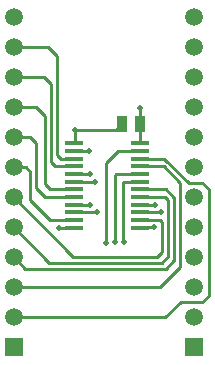
<source format=gtl>
%FSAX24Y24*%
%MOIN*%
G70*
G01*
G75*
G04 Layer_Physical_Order=1*
G04 Layer_Color=255*
%ADD10R,0.0610X0.0138*%
%ADD11R,0.0374X0.0532*%
%ADD12C,0.0100*%
%ADD13C,0.0591*%
%ADD14R,0.0591X0.0591*%
%ADD15C,0.0200*%
D10*
X012707Y018309D02*
D03*
Y018053D02*
D03*
Y017797D02*
D03*
Y017541D02*
D03*
Y017285D02*
D03*
Y017030D02*
D03*
Y016774D02*
D03*
Y016518D02*
D03*
Y016262D02*
D03*
Y016006D02*
D03*
Y015750D02*
D03*
Y015494D02*
D03*
X014893Y018309D02*
D03*
Y018053D02*
D03*
Y017797D02*
D03*
Y017541D02*
D03*
Y017285D02*
D03*
Y017030D02*
D03*
Y016774D02*
D03*
Y016518D02*
D03*
Y016262D02*
D03*
Y016006D02*
D03*
Y015750D02*
D03*
Y015494D02*
D03*
D11*
X014285Y018950D02*
D03*
X014915D02*
D03*
D12*
X014893Y016006D02*
X015586D01*
X014893Y016262D02*
X015390D01*
X014893Y015494D02*
X014898Y015500D01*
X015360D01*
X014350Y015010D02*
Y017030D01*
Y014990D02*
Y015010D01*
X014350Y015010D02*
X014360D01*
X014350Y015010D02*
X014350Y015010D01*
X014060Y017240D02*
X014105Y017285D01*
X014060Y015000D02*
Y017240D01*
X014350Y017030D02*
X014893D01*
X014105Y017285D02*
X014893D01*
X013760Y014990D02*
Y017660D01*
X014153Y018053D01*
X014893D01*
X012707Y016006D02*
X013466D01*
X013470Y016010D01*
X012707Y016262D02*
X013218D01*
X013410Y017030D02*
X013410Y017030D01*
X012707Y017030D02*
X013410D01*
X012707Y017285D02*
X013235D01*
X015686Y017541D02*
X016250Y016977D01*
X015570Y013500D02*
X016250Y014180D01*
X015759Y016774D02*
X016050Y016483D01*
X015760Y014120D02*
X016050Y014410D01*
X015620Y014320D02*
X015850Y014550D01*
X015732Y016518D02*
X015850Y016400D01*
Y014550D02*
Y016400D01*
X016050Y014410D02*
Y016483D01*
X016250Y014180D02*
Y016977D01*
X015560Y015750D02*
X015640Y015670D01*
X014893Y015750D02*
X015560D01*
X014893Y016518D02*
X015732D01*
X014893Y016774D02*
X015759D01*
X015640Y014680D02*
Y015670D01*
X010700Y014500D02*
X011080Y014120D01*
X010700Y015500D02*
X011880Y014320D01*
X015620D01*
X011080Y014120D02*
X015760D01*
X015480Y014520D02*
X015640Y014680D01*
X012680Y014520D02*
X015480D01*
X010700Y016500D02*
X012680Y014520D01*
X014893Y018309D02*
X014915Y018332D01*
Y018950D01*
Y019495D01*
X016980Y013020D02*
X017190Y013230D01*
X016270Y013020D02*
X016980D01*
X015750Y012500D02*
X016270Y013020D01*
X017190Y013230D02*
Y016780D01*
X014893Y017541D02*
X015686D01*
X016520Y016990D02*
X016980D01*
X015713Y017797D02*
X016520Y016990D01*
X014893Y017797D02*
X015713D01*
X016980Y016990D02*
X017190Y016780D01*
X010700Y012500D02*
X015750D01*
X014095Y018760D02*
X014285Y018950D01*
X012730Y018760D02*
X014095D01*
X012730Y018332D02*
Y018760D01*
X012196Y015494D02*
X012707D01*
X012150Y017926D02*
Y021200D01*
X011850Y021500D02*
X012150Y021200D01*
X010700Y021500D02*
X011850D01*
X010700Y013500D02*
X015570D01*
X012707Y018053D02*
X013197D01*
X012150Y017926D02*
X012279Y017797D01*
X012707D01*
X011732Y016518D02*
X012707D01*
X011450Y016800D02*
X011732Y016518D01*
X011450Y016800D02*
Y018300D01*
X011726Y016950D02*
Y019224D01*
Y016950D02*
X011903Y016774D01*
X012707D01*
X012059Y017541D02*
X012707D01*
X011926Y017674D02*
X012059Y017541D01*
X011926Y017674D02*
Y020274D01*
X011700Y020500D02*
X011926Y020274D01*
X010700Y020500D02*
X011700D01*
X010700Y019500D02*
X011450D01*
X011726Y019224D01*
X011250Y018500D02*
X011450Y018300D01*
X010700Y018500D02*
X011250D01*
Y016400D02*
Y017350D01*
X011100Y017500D02*
X011250Y017350D01*
X010700Y017500D02*
X011100D01*
X011250Y016400D02*
X011900Y015750D01*
X012707D01*
D13*
X010700Y022500D02*
D03*
Y021500D02*
D03*
Y020500D02*
D03*
Y019500D02*
D03*
Y018500D02*
D03*
Y017500D02*
D03*
Y016500D02*
D03*
Y015500D02*
D03*
Y014500D02*
D03*
Y013500D02*
D03*
Y012500D02*
D03*
X016700Y022500D02*
D03*
Y021500D02*
D03*
Y020500D02*
D03*
Y019500D02*
D03*
Y018500D02*
D03*
Y017500D02*
D03*
Y016500D02*
D03*
Y015500D02*
D03*
Y014500D02*
D03*
Y013500D02*
D03*
Y012500D02*
D03*
D14*
X010700Y011500D02*
D03*
X016700D02*
D03*
D15*
X015586Y016006D02*
D03*
X015390Y016262D02*
D03*
X015360Y015500D02*
D03*
X014360Y015010D02*
D03*
X014060Y015000D02*
D03*
X013760Y014990D02*
D03*
X013470Y016010D02*
D03*
X013218Y016262D02*
D03*
X013235Y017285D02*
D03*
X013410Y017030D02*
D03*
X014915Y019495D02*
D03*
X012730Y018760D02*
D03*
X012196Y015494D02*
D03*
X013197Y018053D02*
D03*
M02*

</source>
